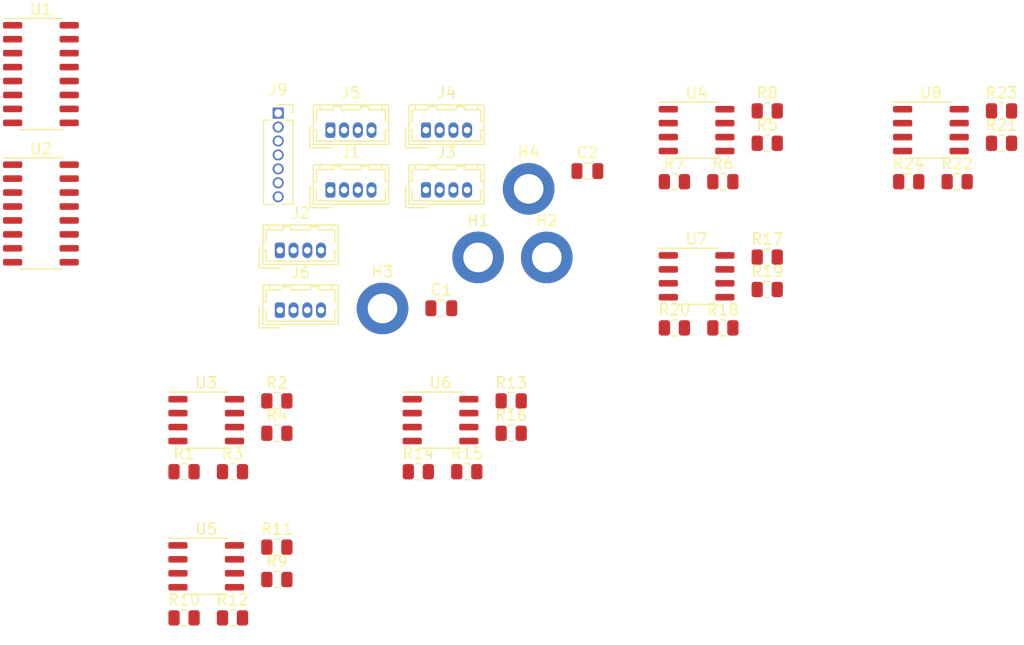
<source format=kicad_pcb>
(kicad_pcb (version 20211014) (generator pcbnew)
  (layers (0 "F.Cu" signal) (31 "B.Cu" signal) (34 "B.Paste" user) (35 "F.Paste" user) (36 "B.SilkS" user "B.Silkscreen") (37 "F.SilkS" user "F.Silkscreen") (38 "B.Mask" user) (39 "F.Mask" user) (44 "Edge.Cuts" user))
  (net 0 "")
  (net 1 "GND")
  (net 2 "+3.3VA")
  (net 3 "Net-(J1-Pad1)")
  (net 4 "/S1ATelem/PHOTOIN")
  (net 5 "/S1ATelem/TEMPIN")
  (net 6 "Net-(J2-Pad1)")
  (net 7 "/S1BTelem/PHOTOIN")
  (net 8 "/S1BTelem/TEMPIN")
  (net 9 "Net-(J3-Pad1)")
  (net 10 "/S2ATelem/PHOTOIN")
  (net 11 "/S2ATelem/TEMPIN")
  (net 12 "Net-(J4-Pad1)")
  (net 13 "/S2BTelem/PHOTOIN")
  (net 14 "/S2BTelem/TEMPIN")
  (net 15 "Net-(J5-Pad1)")
  (net 16 "/S3ATelem/PHOTOIN")
  (net 17 "/S3ATelem/TEMPIN")
  (net 18 "Net-(J6-Pad1)")
  (net 19 "/S3BTelem/PHOTOIN")
  (net 20 "/S3BTelem/TEMPIN")
  (net 21 "/CS1")
  (net 22 "/CS0")
  (net 23 "/MOSI")
  (net 24 "/MISO")
  (net 25 "/SCK")
  (net 26 "Net-(R2-Pad1)")
  (net 27 "/S1ATelem/PHOTOOUT")
  (net 28 "/S1ATelem/TEMPOUT")
  (net 29 "Net-(R6-Pad1)")
  (net 30 "/S1BTelem/PHOTOOUT")
  (net 31 "/S1BTelem/TEMPOUT")
  (net 32 "Net-(R10-Pad1)")
  (net 33 "/S2ATelem/PHOTOOUT")
  (net 34 "/S2ATelem/TEMPOUT")
  (net 35 "Net-(R14-Pad1)")
  (net 36 "/S2BTelem/PHOTOOUT")
  (net 37 "/S2BTelem/TEMPOUT")
  (net 38 "Net-(R18-Pad1)")
  (net 39 "/S3ATelem/PHOTOOUT")
  (net 40 "/S3ATelem/TEMPOUT")
  (net 41 "Net-(R22-Pad1)")
  (net 42 "/S3BTelem/PHOTOOUT")
  (net 43 "/S3BTelem/TEMPOUT")
  (footprint "Capacitor_SMD:C_0805_2012Metric" (layer "F.Cu") (at 162.525 76.4)
    (fp_text reference "C2" (at 0 -1.68) (layer "F.SilkS"))
    (fp_text value "0.1uF")
    (pad "1" smd roundrect locked (at -0.95 0) (size 1 1.45) (layers "F.Cu" "F.Paste" "F.Mask") (net 2 "+3.3VA"))
    (pad "2" smd roundrect locked (at 0.95 0) (size 1 1.45) (layers "F.Cu" "F.Paste" "F.Mask") (net 1 "GND"))
  )
  (footprint "MountingHole:MountingHole_2.7mm_M2.5_DIN965_Pad" (layer "F.Cu") (at 152.575 84.27)
    (fp_text reference "H1" (at 0 -3.35) (layer "F.SilkS"))
    (fp_text value "M2.5")
    (pad "1" thru_hole circle locked (at 0 0) (size 4.7 4.7) (drill 2.7) (layers *.Cu *.Mask) (net 1 "GND"))
  )
  (footprint "MountingHole:MountingHole_2.7mm_M2.5_DIN965_Pad" (layer "F.Cu") (at 158.825 84.27)
    (fp_text reference "H2" (at 0 -3.35) (layer "F.SilkS"))
    (fp_text value "M2.5")
    (pad "1" thru_hole circle locked (at 0 0) (size 4.7 4.7) (drill 2.7) (layers *.Cu *.Mask) (net 1 "GND"))
  )
  (footprint "MountingHole:MountingHole_2.7mm_M2.5_DIN965_Pad" (layer "F.Cu") (at 143.875 88.92)
    (fp_text reference "H3" (at 0 -3.35) (layer "F.SilkS"))
    (fp_text value "M2.5")
    (pad "1" thru_hole circle locked (at 0 0) (size 4.7 4.7) (drill 2.7) (layers *.Cu *.Mask) (net 1 "GND"))
  )
  (footprint "MountingHole:MountingHole_2.7mm_M2.5_DIN965_Pad" (layer "F.Cu") (at 157.175 78.02)
    (fp_text reference "H4" (at 0 -3.35) (layer "F.SilkS"))
    (fp_text value "M2.5")
    (pad "1" thru_hole circle locked (at 0 0) (size 4.7 4.7) (drill 2.7) (layers *.Cu *.Mask) (net 1 "GND"))
  )
  (footprint "Connector_Hirose:Hirose_DF13-04P-1.25DSA_1x04_P1.25mm_Vertical" (layer "F.Cu") (at 139.125 78.12)
    (fp_text reference "J1" (at 1.88 -3.4) (layer "F.SilkS"))
    (fp_text value "S1A")
    (pad "1" thru_hole roundrect locked (at 0 0) (size 0.9 1.4) (drill 0.6) (layers *.Cu *.Mask) (net 3 "Net-(J1-Pad1)"))
    (pad "2" thru_hole oval locked (at 1.25 0) (size 0.9 1.4) (drill 0.6) (layers *.Cu *.Mask) (net 5 "/S1ATelem/TEMPIN"))
    (pad "3" thru_hole oval locked (at 2.5 0) (size 0.9 1.4) (drill 0.6) (layers *.Cu *.Mask) (net 4 "/S1ATelem/PHOTOIN"))
    (pad "4" thru_hole oval locked (at 3.75 0) (size 0.9 1.4) (drill 0.6) (layers *.Cu *.Mask) (net 3 "Net-(J1-Pad1)"))
  )
  (footprint "Connector_Hirose:Hirose_DF13-04P-1.25DSA_1x04_P1.25mm_Vertical" (layer "F.Cu") (at 134.525 83.62)
    (fp_text reference "J2" (at 1.88 -3.4) (layer "F.SilkS"))
    (fp_text value "S1B")
    (pad "1" thru_hole roundrect locked (at 0 0) (size 0.9 1.4) (drill 0.6) (layers *.Cu *.Mask) (net 6 "Net-(J2-Pad1)"))
    (pad "2" thru_hole oval locked (at 1.25 0) (size 0.9 1.4) (drill 0.6) (layers *.Cu *.Mask) (net 8 "/S1BTelem/TEMPIN"))
    (pad "3" thru_hole oval locked (at 2.5 0) (size 0.9 1.4) (drill 0.6) (layers *.Cu *.Mask) (net 7 "/S1BTelem/PHOTOIN"))
    (pad "4" thru_hole oval locked (at 3.75 0) (size 0.9 1.4) (drill 0.6) (layers *.Cu *.Mask) (net 6 "Net-(J2-Pad1)"))
  )
  (footprint "Connector_Hirose:Hirose_DF13-04P-1.25DSA_1x04_P1.25mm_Vertical" (layer "F.Cu") (at 147.825 78.12)
    (fp_text reference "J3" (at 1.88 -3.4) (layer "F.SilkS"))
    (fp_text value "S2A")
    (pad "1" thru_hole roundrect locked (at 0 0) (size 0.9 1.4) (drill 0.6) (layers *.Cu *.Mask) (net 9 "Net-(J3-Pad1)"))
    (pad "2" thru_hole oval locked (at 1.25 0) (size 0.9 1.4) (drill 0.6) (layers *.Cu *.Mask) (net 11 "/S2ATelem/TEMPIN"))
    (pad "3" thru_hole oval locked (at 2.5 0) (size 0.9 1.4) (drill 0.6) (layers *.Cu *.Mask) (net 10 "/S2ATelem/PHOTOIN"))
    (pad "4" thru_hole oval locked (at 3.75 0) (size 0.9 1.4) (drill 0.6) (layers *.Cu *.Mask) (net 9 "Net-(J3-Pad1)"))
  )
  (footprint "Connector_Hirose:Hirose_DF13-04P-1.25DSA_1x04_P1.25mm_Vertical" (layer "F.Cu") (at 147.825 72.67)
    (fp_text reference "J4" (at 1.88 -3.4) (layer "F.SilkS"))
    (fp_text value "S2B")
    (pad "1" thru_hole roundrect locked (at 0 0) (size 0.9 1.4) (drill 0.6) (layers *.Cu *.Mask) (net 12 "Net-(J4-Pad1)"))
    (pad "2" thru_hole oval locked (at 1.25 0) (size 0.9 1.4) (drill 0.6) (layers *.Cu *.Mask) (net 14 "/S2BTelem/TEMPIN"))
    (pad "3" thru_hole oval locked (at 2.5 0) (size 0.9 1.4) (drill 0.6) (layers *.Cu *.Mask) (net 13 "/S2BTelem/PHOTOIN"))
    (pad "4" thru_hole oval locked (at 3.75 0) (size 0.9 1.4) (drill 0.6) (layers *.Cu *.Mask) (net 12 "Net-(J4-Pad1)"))
  )
  (footprint "Connector_Hirose:Hirose_DF13-04P-1.25DSA_1x04_P1.25mm_Vertical" (layer "F.Cu") (at 139.125 72.67)
    (fp_text reference "J5" (at 1.88 -3.4) (layer "F.SilkS"))
    (fp_text value "S3A")
    (pad "1" thru_hole roundrect locked (at 0 0) (size 0.9 1.4) (drill 0.6) (layers *.Cu *.Mask) (net 15 "Net-(J5-Pad1)"))
    (pad "2" thru_hole oval locked (at 1.25 0) (size 0.9 1.4) (drill 0.6) (layers *.Cu *.Mask) (net 17 "/S3ATelem/TEMPIN"))
    (pad "3" thru_hole oval locked (at 2.5 0) (size 0.9 1.4) (drill 0.6) (layers *.Cu *.Mask) (net 16 "/S3ATelem/PHOTOIN"))
    (pad "4" thru_hole oval locked (at 3.75 0) (size 0.9 1.4) (drill 0.6) (layers *.Cu *.Mask) (net 15 "Net-(J5-Pad1)"))
  )
  (footprint "Connector_Hirose:Hirose_DF13-04P-1.25DSA_1x04_P1.25mm_Vertical" (layer "F.Cu") (at 134.525 89.07)
    (fp_text reference "J6" (at 1.88 -3.4) (layer "F.SilkS"))
    (fp_text value "S3B")
    (pad "1" thru_hole roundrect locked (at 0 0) (size 0.9 1.4) (drill 0.6) (layers *.Cu *.Mask) (net 18 "Net-(J6-Pad1)"))
    (pad "2" thru_hole oval locked (at 1.25 0) (size 0.9 1.4) (drill 0.6) (layers *.Cu *.Mask) (net 20 "/S3BTelem/TEMPIN"))
    (pad "3" thru_hole oval locked (at 2.5 0) (size 0.9 1.4) (drill 0.6) (layers *.Cu *.Mask) (net 19 "/S3BTelem/PHOTOIN"))
    (pad "4" thru_hole oval locked (at 3.75 0) (size 0.9 1.4) (drill 0.6) (layers *.Cu *.Mask) (net 18 "Net-(J6-Pad1)"))
  )
  (footprint "Connector_PinSocket_1.27mm:PinSocket_1x07_P1.27mm_Vertical" (layer "F.Cu") (at 134.375 71.12)
    (fp_text reference "J9" (at 0 -2.135) (layer "F.SilkS"))
    (fp_text value "OUT")
    (pad "1" thru_hole rect locked (at 0 0) (size 1 1) (drill 0.7) (layers *.Cu *.Mask) (net 2 "+3.3VA"))
    (pad "2" thru_hole oval locked (at 0 1.27) (size 1 1) (drill 0.7) (layers *.Cu *.Mask) (net 25 "/SCK"))
    (pad "3" thru_hole oval locked (at 0 2.54) (size 1 1) (drill 0.7) (layers *.Cu *.Mask) (net 24 "/MISO"))
    (pad "4" thru_hole oval locked (at 0 3.81) (size 1 1) (drill 0.7) (layers *.Cu *.Mask) (net 23 "/MOSI"))
    (pad "5" thru_hole oval locked (at 0 5.08) (size 1 1) (drill 0.7) (layers *.Cu *.Mask) (net 22 "/CS0"))
    (pad "6" thru_hole oval locked (at 0 6.35) (size 1 1) (drill 0.7) (layers *.Cu *.Mask) (net 21 "/CS1"))
    (pad "7" thru_hole oval locked (at 0 7.62) (size 1 1) (drill 0.7) (layers *.Cu *.Mask) (net 1 "GND"))
  )
  (footprint "Resistor_SMD:R_0805_2012Metric" (layer "F.Cu") (at 125.805 103.79)
    (fp_text reference "R1" (at 0 -1.65) (layer "F.SilkS"))
    (fp_text value "100K")
    (pad "1" smd roundrect locked (at -0.9125 0) (size 1.025 1.4) (layers "F.Cu" "F.Paste" "F.Mask") (roundrect_rratio 0.243902) (net 2 "+3.3VA"))
    (pad "2" smd roundrect locked (at 0.9125 0) (size 1.025 1.4) (layers "F.Cu" "F.Paste" "F.Mask") (roundrect_rratio 0.243902) (net 5 "/S1ATelem/TEMPIN"))
  )
  (footprint "Resistor_SMD:R_0805_2012Metric" (layer "F.Cu") (at 134.255 97.34)
    (fp_text reference "R2" (at 0 -1.65) (layer "F.SilkS"))
    (fp_text value "1K")
    (pad "1" smd roundrect locked (at -0.9125 0) (size 1.025 1.4) (layers "F.Cu" "F.Paste" "F.Mask") (roundrect_rratio 0.243902) (net 26 "Net-(R2-Pad1)"))
    (pad "2" smd roundrect locked (at 0.9125 0) (size 1.025 1.4) (layers "F.Cu" "F.Paste" "F.Mask") (roundrect_rratio 0.243902) (net 1 "GND"))
  )
  (footprint "Resistor_SMD:R_0805_2012Metric" (layer "F.Cu") (at 130.215 103.79)
    (fp_text reference "R3" (at 0 -1.65) (layer "F.SilkS"))
    (fp_text value "3K")
    (pad "1" smd roundrect locked (at -0.9125 0) (size 1.025 1.4) (layers "F.Cu" "F.Paste" "F.Mask") (roundrect_rratio 0.243902) (net 4 "/S1ATelem/PHOTOIN"))
    (pad "2" smd roundrect locked (at 0.9125 0) (size 1.025 1.4) (layers "F.Cu" "F.Paste" "F.Mask") (roundrect_rratio 0.243902) (net 27 "/S1ATelem/PHOTOOUT"))
  )
  (footprint "Resistor_SMD:R_0805_2012Metric" (layer "F.Cu") (at 134.255 100.29)
    (fp_text reference "R4" (at 0 -1.65) (layer "F.SilkS"))
    (fp_text value "120K")
    (pad "1" smd roundrect locked (at -0.9125 0) (size 1.025 1.4) (layers "F.Cu" "F.Paste" "F.Mask") (roundrect_rratio 0.243902) (net 26 "Net-(R2-Pad1)"))
    (pad "2" smd roundrect locked (at 0.9125 0) (size 1.025 1.4) (layers "F.Cu" "F.Paste" "F.Mask") (roundrect_rratio 0.243902) (net 28 "/S1ATelem/TEMPOUT"))
  )
  (footprint "Resistor_SMD:R_0805_2012Metric" (layer "F.Cu") (at 178.895 73.87)
    (fp_text reference "R5" (at 0 -1.65) (layer "F.SilkS"))
    (fp_text value "100K")
    (pad "1" smd roundrect locked (at -0.9125 0) (size 1.025 1.4) (layers "F.Cu" "F.Paste" "F.Mask") (roundrect_rratio 0.243902) (net 2 "+3.3VA"))
    (pad "2" smd roundrect locked (at 0.9125 0) (size 1.025 1.4) (layers "F.Cu" "F.Paste" "F.Mask") (roundrect_rratio 0.243902) (net 8 "/S1BTelem/TEMPIN"))
  )
  (footprint "Resistor_SMD:R_0805_2012Metric" (layer "F.Cu") (at 174.855 77.37)
    (fp_text reference "R6" (at 0 -1.65) (layer "F.SilkS"))
    (fp_text value "1K")
    (pad "1" smd roundrect locked (at -0.9125 0) (size 1.025 1.4) (layers "F.Cu" "F.Paste" "F.Mask") (roundrect_rratio 0.243902) (net 29 "Net-(R6-Pad1)"))
    (pad "2" smd roundrect locked (at 0.9125 0) (size 1.025 1.4) (layers "F.Cu" "F.Paste" "F.Mask") (roundrect_rratio 0.243902) (net 1 "GND"))
  )
  (footprint "Resistor_SMD:R_0805_2012Metric" (layer "F.Cu") (at 170.445 77.37)
    (fp_text reference "R7" (at 0 -1.65) (layer "F.SilkS"))
    (fp_text value "3K")
    (pad "1" smd roundrect locked (at -0.9125 0) (size 1.025 1.4) (layers "F.Cu" "F.Paste" "F.Mask") (roundrect_rratio 0.243902) (net 7 "/S1BTelem/PHOTOIN"))
    (pad "2" smd roundrect locked (at 0.9125 0) (size 1.025 1.4) (layers "F.Cu" "F.Paste" "F.Mask") (roundrect_rratio 0.243902) (net 30 "/S1BTelem/PHOTOOUT"))
  )
  (footprint "Resistor_SMD:R_0805_2012Metric" (layer "F.Cu") (at 178.895 70.92)
    (fp_text reference "R8" (at 0 -1.65) (layer "F.SilkS"))
    (fp_text value "120K")
    (pad "1" smd roundrect locked (at -0.9125 0) (size 1.025 1.4) (layers "F.Cu" "F.Paste" "F.Mask") (roundrect_rratio 0.243902) (net 29 "Net-(R6-Pad1)"))
    (pad "2" smd roundrect locked (at 0.9125 0) (size 1.025 1.4) (layers "F.Cu" "F.Paste" "F.Mask") (roundrect_rratio 0.243902) (net 31 "/S1BTelem/TEMPOUT"))
  )
  (footprint "Resistor_SMD:R_0805_2012Metric" (layer "F.Cu") (at 134.255 113.61)
    (fp_text reference "R9" (at 0 -1.65) (layer "F.SilkS"))
    (fp_text value "100K")
    (pad "1" smd roundrect locked (at -0.9125 0) (size 1.025 1.4) (layers "F.Cu" "F.Paste" "F.Mask") (roundrect_rratio 0.243902) (net 2 "+3.3VA"))
    (pad "2" smd roundrect locked (at 0.9125 0) (size 1.025 1.4) (layers "F.Cu" "F.Paste" "F.Mask") (roundrect_rratio 0.243902) (net 11 "/S2ATelem/TEMPIN"))
  )
  (footprint "Resistor_SMD:R_0805_2012Metric" (layer "F.Cu") (at 125.805 117.11)
    (fp_text reference "R10" (at 0 -1.65) (layer "F.SilkS"))
    (fp_text value "1K")
    (pad "1" smd roundrect locked (at -0.9125 0) (size 1.025 1.4) (layers "F.Cu" "F.Paste" "F.Mask") (roundrect_rratio 0.243902) (net 32 "Net-(R10-Pad1)"))
    (pad "2" smd roundrect locked (at 0.9125 0) (size 1.025 1.4) (layers "F.Cu" "F.Paste" "F.Mask") (roundrect_rratio 0.243902) (net 1 "GND"))
  )
  (footprint "Resistor_SMD:R_0805_2012Metric" (layer "F.Cu") (at 134.255 110.66)
    (fp_text reference "R11" (at 0 -1.65) (layer "F.SilkS"))
    (fp_text value "3K")
    (pad "1" smd roundrect locked (at -0.9125 0) (size 1.025 1.4) (layers "F.Cu" "F.Paste" "F.Mask") (roundrect_rratio 0.243902) (net 10 "/S2ATelem/PHOTOIN"))
    (pad "2" smd roundrect locked (at 0.9125 0) (size 1.025 1.4) (layers "F.Cu" "F.Paste" "F.Mask") (roundrect_rratio 0.243902) (net 33 "/S2ATelem/PHOTOOUT"))
  )
  (footprint "Resistor_SMD:R_0805_2012Metric" (layer "F.Cu") (at 130.215 117.11)
    (fp_text reference "R12" (at 0 -1.65) (layer "F.SilkS"))
    (fp_text value "120K")
    (pad "1" smd roundrect locked (at -0.9125 0) (size 1.025 1.4) (layers "F.Cu" "F.Paste" "F.Mask") (roundrect_rratio 0.243902) (net 32 "Net-(R10-Pad1)"))
    (pad "2" smd roundrect locked (at 0.9125 0) (size 1.025 1.4) (layers "F.Cu" "F.Paste" "F.Mask") (roundrect_rratio 0.243902) (net 34 "/S2ATelem/TEMPOUT"))
  )
  (footprint "Resistor_SMD:R_0805_2012Metric" (layer "F.Cu") (at 155.585 97.34)
    (fp_text reference "R13" (at 0 -1.65) (layer "F.SilkS"))
    (fp_text value "100K")
    (pad "1" smd roundrect locked (at -0.9125 0) (size 1.025 1.4) (layers "F.Cu" "F.Paste" "F.Mask") (roundrect_rratio 0.243902) (net 2 "+3.3VA"))
    (pad "2" smd roundrect locked (at 0.9125 0) (size 1.025 1.4) (layers "F.Cu" "F.Paste" "F.Mask") (roundrect_rratio 0.243902) (net 14 "/S2BTelem/TEMPIN"))
  )
  (footprint "Resistor_SMD:R_0805_2012Metric" (layer "F.Cu") (at 147.135 103.79)
    (fp_text reference "R14" (at 0 -1.65) (layer "F.SilkS"))
    (fp_text value "1K")
    (pad "1" smd roundrect locked (at -0.9125 0) (size 1.025 1.4) (layers "F.Cu" "F.Paste" "F.Mask") (roundrect_rratio 0.243902) (net 35 "Net-(R14-Pad1)"))
    (pad "2" smd roundrect locked (at 0.9125 0) (size 1.025 1.4) (layers "F.Cu" "F.Paste" "F.Mask") (roundrect_rratio 0.243902) (net 1 "GND"))
  )
  (footprint "Resistor_SMD:R_0805_2012Metric" (layer "F.Cu") (at 151.545 103.79)
    (fp_text reference "R15" (at 0 -1.65) (layer "F.SilkS"))
    (fp_text value "3K")
    (pad "1" smd roundrect locked (at -0.9125 0) (size 1.025 1.4) (layers "F.Cu" "F.Paste" "F.Mask") (roundrect_rratio 0.243902) (net 13 "/S2BTelem/PHOTOIN"))
    (pad "2" smd roundrect locked (at 0.9125 0) (size 1.025 1.4) (layers "F.Cu" "F.Paste" "F.Mask") (roundrect_rratio 0.243902) (net 36 "/S2BTelem/PHOTOOUT"))
  )
  (footprint "Resistor_SMD:R_0805_2012Metric" (layer "F.Cu") (at 155.585 100.29)
    (fp_text reference "R16" (at 0 -1.65) (layer "F.SilkS"))
    (fp_text value "120K")
    (pad "1" smd roundrect locked (at -0.9125 0) (size 1.025 1.4) (layers "F.Cu" "F.Paste" "F.Mask") (roundrect_rratio 0.243902) (net 35 "Net-(R14-Pad1)"))
    (pad "2" smd roundrect locked (at 0.9125 0) (size 1.025 1.4) (layers "F.Cu" "F.Paste" "F.Mask") (roundrect_rratio 0.243902) (net 37 "/S2BTelem/TEMPOUT"))
  )
  (footprint "Resistor_SMD:R_0805_2012Metric" (layer "F.Cu") (at 178.895 84.24)
    (fp_text reference "R17" (at 0 -1.65) (layer "F.SilkS"))
    (fp_text value "100K")
    (pad "1" smd roundrect locked (at -0.9125 0) (size 1.025 1.4) (layers "F.Cu" "F.Paste" "F.Mask") (roundrect_rratio 0.243902) (net 2 "+3.3VA"))
    (pad "2" smd roundrect locked (at 0.9125 0) (size 1.025 1.4) (layers "F.Cu" "F.Paste" "F.Mask") (roundrect_rratio 0.243902) (net 17 "/S3ATelem/TEMPIN"))
  )
  (footprint "Resistor_SMD:R_0805_2012Metric" (layer "F.Cu") (at 174.855 90.69)
    (fp_text reference "R18" (at 0 -1.65) (layer "F.SilkS"))
    (fp_text value "1K")
    (pad "1" smd roundrect locked (at -0.9125 0) (size 1.025 1.4) (layers "F.Cu" "F.Paste" "F.Mask") (roundrect_rratio 0.243902) (net 38 "Net-(R18-Pad1)"))
    (pad "2" smd roundrect locked (at 0.9125 0) (size 1.025 1.4) (layers "F.Cu" "F.Paste" "F.Mask") (roundrect_rratio 0.243902) (net 1 "GND"))
  )
  (footprint "Resistor_SMD:R_0805_2012Metric" (layer "F.Cu") (at 178.895 87.19)
    (fp_text reference "R19" (at 0 -1.65) (layer "F.SilkS"))
    (fp_text value "3K")
    (pad "1" smd roundrect locked (at -0.9125 0) (size 1.025 1.4) (layers "F.Cu" "F.Paste" "F.Mask") (roundrect_rratio 0.243902) (net 16 "/S3ATelem/PHOTOIN"))
    (pad "2" smd roundrect locked (at 0.9125 0) (size 1.025 1.4) (layers "F.Cu" "F.Paste" "F.Mask") (roundrect_rratio 0.243902) (net 39 "/S3ATelem/PHOTOOUT"))
  )
  (footprint "Resistor_SMD:R_0805_2012Metric" (layer "F.Cu") (at 170.445 90.69)
    (fp_text reference "R20" (at 0 -1.65) (layer "F.SilkS"))
    (fp_text value "120K")
    (pad "1" smd roundrect locked (at -0.9125 0) (size 1.025 1.4) (layers "F.Cu" "F.Paste" "F.Mask") (roundrect_rratio 0.243902) (net 38 "Net-(R18-Pad1)"))
    (pad "2" smd roundrect locked (at 0.9125 0) (size 1.025 1.4) (layers "F.Cu" "F.Paste" "F.Mask") (roundrect_rratio 0.243902) (net 40 "/S3ATelem/TEMPOUT"))
  )
  (footprint "Resistor_SMD:R_0805_2012Metric" (layer "F.Cu") (at 200.225 73.87)
    (fp_text reference "R21" (at 0 -1.65) (layer "F.SilkS"))
    (fp_text value "100K")
    (pad "1" smd roundrect locked (at -0.9125 0) (size 1.025 1.4) (layers "F.Cu" "F.Paste" "F.Mask") (roundrect_rratio 0.243902) (net 2 "+3.3VA"))
    (pad "2" smd roundrect locked (at 0.9125 0) (size 1.025 1.4) (layers "F.Cu" "F.Paste" "F.Mask") (roundrect_rratio 0.243902) (net 20 "/S3BTelem/TEMPIN"))
  )
  (footprint "Resistor_SMD:R_0805_2012Metric" (layer "F.Cu") (at 196.185 77.37)
    (fp_text reference "R22" (at 0 -1.65) (layer "F.SilkS"))
    (fp_text value "1K")
    (pad "1" smd roundrect locked (at -0.9125 0) (size 1.025 1.4) (layers "F.Cu" "F.Paste" "F.Mask") (roundrect_rratio 0.243902) (net 41 "Net-(R22-Pad1)"))
    (pad "2" smd roundrect locked (at 0.9125 0) (size 1.025 1.4) (layers "F.Cu" "F.Paste" "F.Mask") (roundrect_rratio 0.243902) (net 1 "GND"))
  )
  (footprint "Resistor_SMD:R_0805_2012Metric" (layer "F.Cu") (at 200.225 70.92)
    (fp_text reference "R23" (at 0 -1.65) (layer "F.SilkS"))
    (fp_text value "3K")
    (pad "1" smd roundrect locked (at -0.9125 0) (size 1.025 1.4) (layers "F.Cu" "F.Paste" "F.Mask") (roundrect_rratio 0.243902) (net 19 "/S3BTelem/PHOTOIN"))
    (pad "2" smd roundrect locked (at 0.9125 0) (size 1.025 1.4) (layers "F.Cu" "F.Paste" "F.Mask") (roundrect_rratio 0.243902) (net 42 "/S3BTelem/PHOTOOUT"))
  )
  (footprint "Resistor_SMD:R_0805_2012Metric" (layer "F.Cu") (at 191.775 77.37)
    (fp_text reference "R24" (at 0 -1.65) (layer "F.SilkS"))
    (fp_text value "120K")
    (pad "1" smd roundrect locked (at -0.9125 0) (size 1.025 1.4) (layers "F.Cu" "F.Paste" "F.Mask") (roundrect_rratio 0.243902) (net 41 "Net-(R22-Pad1)"))
    (pad "2" smd roundrect locked (at 0.9125 0) (size 1.025 1.4) (layers "F.Cu" "F.Paste" "F.Mask") (roundrect_rratio 0.243902) (net 43 "/S3BTelem/TEMPOUT"))
  )
  (footprint "Package_SO:SO-16_3.9x9.9mm_P1.27mm" (layer "F.Cu") (at 112.776 67.564)
    (fp_text reference "U1" (at 0 -5.9) (layer "F.SilkS"))
    (fp_text value "MCP3208")
    (pad "1" smd roundrect locked (at -2.575 -4.445) (size 1.75 0.6) (layers "F.Cu" "F.Paste" "F.Mask") (net 28 "/S1ATelem/TEMPOUT"))
    (pad "2" smd roundrect locked (at -2.575 -3.175) (size 1.75 0.6) (layers "F.Cu" "F.Paste" "F.Mask") (net 27 "/S1ATelem/PHOTOOUT"))
    (pad "3" smd roundrect locked (at -2.575 -1.905) (size 1.75 0.6) (layers "F.Cu" "F.Paste" "F.Mask") (net 31 "/S1BTelem/TEMPOUT"))
    (pad "4" smd roundrect locked (at -2.575 -0.635) (size 1.75 0.6) (layers "F.Cu" "F.Paste" "F.Mask") (net 30 "/S1BTelem/PHOTOOUT"))
    (pad "5" smd roundrect locked (at -2.575 0.635) (size 1.75 0.6) (layers "F.Cu" "F.Paste" "F.Mask") (net 34 "/S2ATelem/TEMPOUT"))
    (pad "6" smd roundrect locked (at -2.575 1.905) (size 1.75 0.6) (layers "F.Cu" "F.Paste" "F.Mask") (net 33 "/S2ATelem/PHOTOOUT"))
    (pad "7" smd roundrect locked (at -2.575 3.175) (size 1.75 0.6) (layers "F.Cu" "F.Paste" "F.Mask") (net 37 "/S2BTelem/TEMPOUT"))
    (pad "8" smd roundrect locked (at -2.575 4.445) (size 1.75 0.6) (layers "F.Cu" "F.Paste" "F.Mask") (net 36 "/S2BTelem/PHOTOOUT"))
    (pad "9" smd roundrect locked (at 2.575 4.445) (size 1.75 0.6) (layers "F.Cu" "F.Paste" "F.Mask") (net 1 "GND"))
    (pad "10" smd roundrect locked (at 2.575 3.175) (size 1.75 0.6) (layers "F.Cu" "F.Paste" "F.Mask") (net 22 "/CS0"))
    (pad "11" smd roundrect locked (at 2.575 1.905) (size 1.75 0.6) (layers "F.Cu" "F.Paste" "F.Mask") (net 23 "/MOSI"))
    (pad "12" smd roundrect locked (at 2.575 0.635) (size 1.75 0.6) (layers "F.Cu" "F.Paste" "F.Mask") (net 24 "/MISO"))
    (pad "13" smd roundrect locked (at 2.575 -0.635) (size 1.75 0.6) (layers "F.Cu" "F.Paste" "F.Mask") (net 25 "/SCK"))
    (pad "14" smd roundrect locked (at 2.575 -1.905) (size 1.75 0.6) (layers "F.Cu" "F.Paste" "F.Mask") (net 1 "GND"))
    (pad "15" smd roundrect locked (at 2.575 -3.175) (size 1.75 0.6) (layers "F.Cu" "F.Paste" "F.Mask") (net 2 "+3.3VA"))
    (pad "16" smd roundrect locked (at 2.575 -4.445) (size 1.75 0.6) (layers "F.Cu" "F.Paste" "F.Mask") (net 2 "+3.3VA"))
  )
  (footprint "Package_SO:SO-16_3.9x9.9mm_P1.27mm" (layer "F.Cu") (at 112.776 80.264)
    (fp_text reference "U2" (at 0 -5.9) (layer "F.SilkS"))
    (fp_text value "MCP3208")
    (pad "1" smd roundrect locked (at -2.575 -4.445) (size 1.75 0.6) (layers "F.Cu" "F.Paste" "F.Mask") (net 40 "/S3ATelem/TEMPOUT"))
    (pad "2" smd roundrect locked (at -2.575 -3.175) (size 1.75 0.6) (layers "F.Cu" "F.Paste" "F.Mask") (net 39 "/S3ATelem/PHOTOOUT"))
    (pad "3" smd roundrect locked (at -2.575 -1.905) (size 1.75 0.6) (layers "F.Cu" "F.Paste" "F.Mask") (net 43 "/S3BTelem/TEMPOUT"))
    (pad "4" smd roundrect locked (at -2.575 -0.635) (size 1.75 0.6) (layers "F.Cu" "F.Paste" "F.Mask") (net 42 "/S3BTelem/PHOTOOUT"))
    (pad "5" smd roundrect locked (at -2.575 0.635) (size 1.75 0.6) (layers "F.Cu" "F.Paste" "F.Mask"))
    (pad "6" smd roundrect locked (at -2.575 1.905) (size 1.75 0.6) (layers "F.Cu" "F.Paste" "F.Mask"))
    (pad "7" smd roundrect locked (at -2.575 3.175) (size 1.75 0.6) (layers "F.Cu" "F.Paste" "F.Mask"))
    (pad "8" smd roundrect locked (at -2.575 4.445) (size 1.75 0.6) (layers "F.Cu" "F.Paste" "F.Mask"))
    (pad "9" smd roundrect locked (at 2.575 4.445) (size 1.75 0.6) (layers "F.Cu" "F.Paste" "F.Mask") (net 1 "GND"))
    (pad "10" smd roundrect locked (at 2.575 3.175) (size 1.75 0.6) (layers "F.Cu" "F.Paste" "F.Mask") (net 21 "/CS1"))
    (pad "11" smd roundrect locked (at 2.575 1.905) (size 1.75 0.6) (layers "F.Cu" "F.Paste" "F.Mask") (net 23 "/MOSI"))
    (pad "12" smd roundrect locked (at 2.575 0.635) (size 1.75 0.6) (layers "F.Cu" "F.Paste" "F.Mask") (net 24 "/MISO"))
    (pad "13" smd roundrect locked (at 2.575 -0.635) (size 1.75 0.6) (layers "F.Cu" "F.Paste" "F.Mask") (net 25 "/SCK"))
    (pad "14" smd roundrect locked (at 2.575 -1.905) (size 1.75 0.6) (layers "F.Cu" "F.Paste" "F.Mask") (net 1 "GND"))
    (pad "15" smd roundrect locked (at 2.575 -3.175) (size 1.75 0.6) (layers "F.Cu" "F.Paste" "F.Mask") (net 2 "+3.3VA"))
    (pad "16" smd roundrect locked (at 2.575 -4.445) (size 1.75 0.6) (layers "F.Cu" "F.Paste" "F.Mask") (net 2 "+3.3VA"))
  )
  (footprint "Package_SO:SO-8_3.9x4.9mm_P1.27mm" (layer "F.Cu") (at 127.825 99.09)
    (fp_text reference "U3" (at 0 -3.4) (layer "F.SilkS"))
    (fp_text value "LM358")
    (pad "1" smd roundrect locked (at -2.575 -1.905) (size 1.75 0.6) (layers "F.Cu" "F.Paste" "F.Mask") (net 28 "/S1ATelem/TEMPOUT"))
    (pad "2" smd roundrect locked (at -2.575 -0.635) (size 1.75 0.6) (layers "F.Cu" "F.Paste" "F.Mask") (net 26 "Net-(R2-Pad1)"))
    (pad "3" smd roundrect locked (at -2.575 0.635) (size 1.75 0.6) (layers "F.Cu" "F.Paste" "F.Mask") (net 5 "/S1ATelem/TEMPIN"))
    (pad "4" smd roundrect locked (at -2.575 1.905) (size 1.75 0.6) (layers "F.Cu" "F.Paste" "F.Mask") (net 1 "GND"))
    (pad "5" smd roundrect locked (at 2.575 1.905) (size 1.75 0.6) (layers "F.Cu" "F.Paste" "F.Mask") (net 4 "/S1ATelem/PHOTOIN"))
    (pad "6" smd roundrect locked (at 2.575 0.635) (size 1.75 0.6) (layers "F.Cu" "F.Paste" "F.Mask") (net 1 "GND"))
    (pad "7" smd roundrect locked (at 2.575 -0.635) (size 1.75 0.6) (layers "F.Cu" "F.Paste" "F.Mask") (net 27 "/S1ATelem/PHOTOOUT"))
    (pad "8" smd roundrect locked (at 2.575 -1.905) (size 1.75 0.6) (layers "F.Cu" "F.Paste" "F.Mask") (net 2 "+3.3VA"))
  )
  (footprint "Package_SO:SO-8_3.9x4.9mm_P1.27mm" (layer "F.Cu") (at 172.465 72.67)
    (fp_text reference "U4" (at 0 -3.4) (layer "F.SilkS"))
    (fp_text value "LM358")
    (pad "1" smd roundrect locked (at -2.575 -1.905) (size 1.75 0.6) (layers "F.Cu" "F.Paste" "F.Mask") (net 31 "/S1BTelem/TEMPOUT"))
    (pad "2" smd roundrect locked (at -2.575 -0.635) (size 1.75 0.6) (layers "F.Cu" "F.Paste" "F.Mask") (net 29 "Net-(R6-Pad1)"))
    (pad "3" smd roundrect locked (at -2.575 0.635) (size 1.75 0.6) (layers "F.Cu" "F.Paste" "F.Mask") (net 8 "/S1BTelem/TEMPIN"))
    (pad "4" smd roundrect locked (at -2.575 1.905) (size 1.75 0.6) (layers "F.Cu" "F.Paste" "F.Mask") (net 1 "GND"))
    (pad "5" smd roundrect locked (at 2.575 1.905) (size 1.75 0.6) (layers "F.Cu" "F.Paste" "F.Mask") (net 7 "/S1BTelem/PHOTOIN"))
    (pad "6" smd roundrect locked (at 2.575 0.635) (size 1.75 0.6) (layers "F.Cu" "F.Paste" "F.Mask") (net 1 "GND"))
    (pad "7" smd roundrect locked (at 2.575 -0.635) (size 1.75 0.6) (layers "F.Cu" "F.Paste" "F.Mask") (net 30 "/S1BTelem/PHOTOOUT"))
    (pad "8" smd roundrect locked (at 2.575 -1.905) (size 1.75 0.6) (layers "F.Cu" "F.Paste" "F.Mask") (net 2 "+3.3VA"))
  )
  (footprint "Package_SO:SO-8_3.9x4.9mm_P1.27mm" (layer "F.Cu") (at 127.825 112.41)
    (fp_text reference "U5" (at 0 -3.4) (layer "F.SilkS"))
    (fp_text value "LM358")
    (pad "1" smd roundrect locked (at -2.575 -1.905) (size 1.75 0.6) (layers "F.Cu" "F.Paste" "F.Mask") (net 34 "/S2ATelem/TEMPOUT"))
    (pad "2" smd roundrect locked (at -2.575 -0.635) (size 1.75 0.6) (layers "F.Cu" "F.Paste" "F.Mask") (net 32 "Net-(R10-Pad1)"))
    (pad "3" smd roundrect locked (at -2.575 0.635) (size 1.75 0.6) (layers "F.Cu" "F.Paste" "F.Mask") (net 11 "/S2ATelem/TEMPIN"))
    (pad "4" smd roundrect locked (at -2.575 1.905) (size 1.75 0.6) (layers "F.Cu" "F.Paste" "F.Mask") (net 1 "GND"))
    (pad "5" smd roundrect locked (at 2.575 1.905) (size 1.75 0.6) (layers "F.Cu" "F.Paste" "F.Mask") (net 10 "/S2ATelem/PHOTOIN"))
    (pad "6" smd roundrect locked (at 2.575 0.635) (size 1.75 0.6) (layers "F.Cu" "F.Paste" "F.Mask") (net 1 "GND"))
    (pad "7" smd roundrect locked (at 2.575 -0.635) (size 1.75 0.6) (layers "F.Cu" "F.Paste" "F.Mask") (net 33 "/S2ATelem/PHOTOOUT"))
    (pad "8" smd roundrect locked (at 2.575 -1.905) (size 1.75 0.6) (layers "F.Cu" "F.Paste" "F.Mask") (net 2 "+3.3VA"))
  )
  (footprint "Package_SO:SO-8_3.9x4.9mm_P1.27mm" (layer "F.Cu") (at 149.155 99.09)
    (fp_text reference "U6" (at 0 -3.4) (layer "F.SilkS"))
    (fp_text value "LM358")
    (pad "1" smd roundrect locked (at -2.575 -1.905) (size 1.75 0.6) (layers "F.Cu" "F.Paste" "F.Mask") (net 37 "/S2BTelem/TEMPOUT"))
    (pad "2" smd roundrect locked (at -2.575 -0.635) (size 1.75 0.6) (layers "F.Cu" "F.Paste" "F.Mask") (net 35 "Net-(R14-Pad1)"))
    (pad "3" smd roundrect locked (at -2.575 0.635) (size 1.75 0.6) (layers "F.Cu" "F.Paste" "F.Mask") (net 14 "/S2BTelem/TEMPIN"))
    (pad "4" smd roundrect locked (at -2.575 1.905) (size 1.75 0.6) (layers "F.Cu" "F.Paste" "F.Mask") (net 1 "GND"))
    (pad "5" smd roundrect locked (at 2.575 1.905) (size 1.75 0.6) (layers "F.Cu" "F.Paste" "F.Mask") (net 13 "/S2BTelem/PHOTOIN"))
    (pad "6" smd roundrect locked (at 2.575 0.635) (size 1.75 0.6) (layers "F.Cu" "F.Paste" "F.Mask") (net 1 "GND"))
    (pad "7" smd roundrect locked (at 2.575 -0.635) (size 1.75 0.6) (layers "F.Cu" "F.Paste" "F.Mask") (net 36 "/S2BTelem/PHOTOOUT"))
    (pad "8" smd roundrect locked (at 2.575 -1.905) (size 1.75 0.6) (layers "F.Cu" "F.Paste" "F.Mask") (net 2 "+3.3VA"))
  )
  (footprint "Package_SO:SO-8_3.9x4.9mm_P1.27mm" (layer "F.Cu") (at 172.465 85.99)
    (fp_text reference "U7" (at 0 -3.4) (layer "F.SilkS"))
    (fp_text value "LM358")
    (pad "1" smd roundrect locked (at -2.575 -1.905) (size 1.75 0.6) (layers "F.Cu" "F.Paste" "F.Mask") (net 40 "/S3ATelem/TEMPOUT"))
    (pad "2" smd roundrect locked (at -2.575 -0.635) (size 1.75 0.6) (layers "F.Cu" "F.Paste" "F.Mask") (net 38 "Net-(R18-Pad1)"))
    (pad "3" smd roundrect locked (at -2.575 0.635) (size 1.75 0.6) (layers "F.Cu" "F.Paste" "F.Mask") (net 17 "/S3ATelem/TEMPIN"))
    (pad "4" smd roundrect locked (at -2.575 1.905) (size 1.75 0.6) (layers "F.Cu" "F.Paste" "F.Mask") (net 1 "GND"))
    (pad "5" smd roundrect locked (at 2.575 1.905) (size 1.75 0.6) (layers "F.Cu" "F.Paste" "F.Mask") (net 16 "/S3ATelem/PHOTOIN"))
    (pad "6" smd roundrect locked (at 2.575 0.635) (size 1.75 0.6) (layers "F.Cu" "F.Paste" "F.Mask") (net 1 "GND"))
    (pad "7" smd roundrect locked (at 2.575 -0.635) (size 1.75 0.6) (layers "F.Cu" "F.Paste" "F.Mask") (net 39 "/S3ATelem/PHOTOOUT"))
    (pad "8" smd roundrect locked (at 2.575 -1.905) (size 1.75 0.6) (layers "F.Cu" "F.Paste" "F.Mask") (net 2 "+3.3VA"))
  )
  (footprint "Package_SO:SO-8_3.9x4.9mm_P1.27mm" (layer "F.Cu") (at 193.795 72.67)
    (fp_text reference "U8" (at 0 -3.4) (layer "F.SilkS"))
    (fp_text value "LM358")
    (pad "1" smd roundrect locked (at -2.575 -1.905) (size 1.75 0.6) (layers "F.Cu" "F.Paste" "F.Mask") (net 43 "/S3BTelem/TEMPOUT"))
    (pad "2" smd roundrect locked (at -2.575 -0.635) (size 1.75 0.6) (layers "F.Cu" "F.Paste" "F.Mask") (net 41 "Net-(R22-Pad1)"))
    (pad "3" smd roundrect locked (at -2.575 0.635) (size 1.75 0.6) (layers "F.Cu" "F.Paste" "F.Mask") (net 20 "/S3BTelem/TEMPIN"))
    (pad "4" smd roundrect locked (at -2.575 1.905) (size 1.75 0.6) (layers "F.Cu" "F.Paste" "F.Mask") (net 1 "GND"))
    (pad "5" smd roundrect locked (at 2.575 1.905) (size 1.75 0.6) (layers "F.Cu" "F.Paste" "F.Mask") (net 19 "/S3BTelem/PHOTOIN"))
    (pad "6" smd roundrect locked (at 2.575 0.635) (size 1.75 0.6) (layers "F.Cu" "F.Paste" "F.Mask") (net 1 "GND"))
    (pad "7" smd roundrect locked (at 2.575 -0.635) (size 1.75 0.6) (layers "F.Cu" "F.Paste" "F.Mask") (net 42 "/S3BTelem/PHOTOOUT"))
    (pad "8" smd roundrect locked (at 2.575 -1.905) (size 1.75 0.6) (layers "F.Cu" "F.Paste" "F.Mask") (net 2 "+3.3VA"))
  )
  (footprint "Capacitor_SMD:C_0805_2012Metric" (layer "F.Cu") (at 149.225 88.9)
    (fp_text reference "C1" (at 0 -1.68) (layer "F.SilkS"))
    (fp_text value "0.1uF")
    (pad "1" smd roundrect locked (at -0.95 0) (size 1 1.45) (layers "F.Cu" "F.Paste" "F.Mask") (net 2 "+3.3VA"))
    (pad "2" smd roundrect locked (at 0.95 0) (size 1 1.45) (layers "F.Cu" "F.Paste" "F.Mask") (net 1 "GND"))
  )
)
</source>
